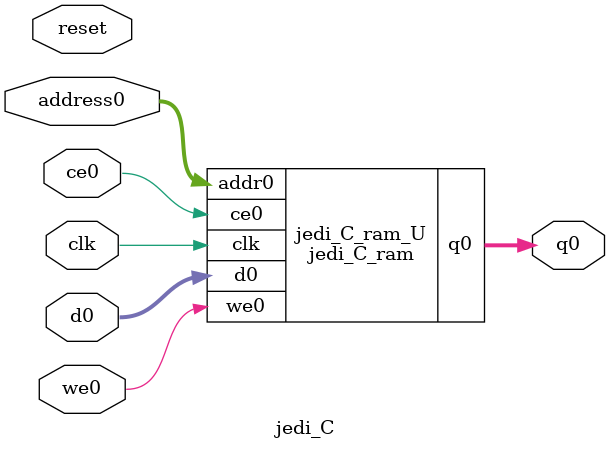
<source format=v>
`timescale 1 ns / 1 ps
module jedi_C_ram (addr0, ce0, d0, we0, q0,  clk);

parameter DWIDTH = 32;
parameter AWIDTH = 12;
parameter MEM_SIZE = 3900;

input[AWIDTH-1:0] addr0;
input ce0;
input[DWIDTH-1:0] d0;
input we0;
output reg[DWIDTH-1:0] q0;
input clk;

(* ram_style = "block" *)reg [DWIDTH-1:0] ram[0:MEM_SIZE-1];




always @(posedge clk)  
begin 
    if (ce0) begin
        if (we0) 
            ram[addr0] <= d0; 
        q0 <= ram[addr0];
    end
end


endmodule

`timescale 1 ns / 1 ps
module jedi_C(
    reset,
    clk,
    address0,
    ce0,
    we0,
    d0,
    q0);

parameter DataWidth = 32'd32;
parameter AddressRange = 32'd3900;
parameter AddressWidth = 32'd12;
input reset;
input clk;
input[AddressWidth - 1:0] address0;
input ce0;
input we0;
input[DataWidth - 1:0] d0;
output[DataWidth - 1:0] q0;



jedi_C_ram jedi_C_ram_U(
    .clk( clk ),
    .addr0( address0 ),
    .ce0( ce0 ),
    .we0( we0 ),
    .d0( d0 ),
    .q0( q0 ));

endmodule


</source>
